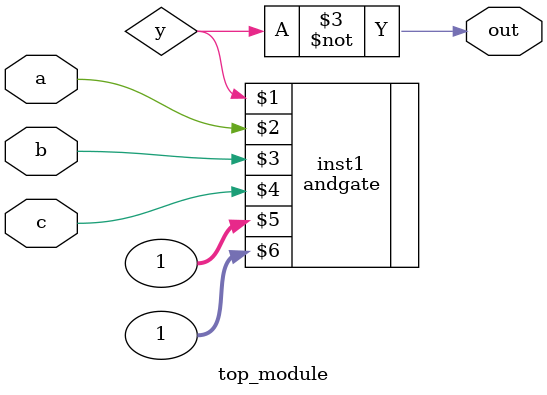
<source format=v>
module top_module (input a, input b, input c, output out);//
wire y;
    andgate inst1 ( y,a, b, c,1,1 );
assign out=~y;
endmodule

</source>
